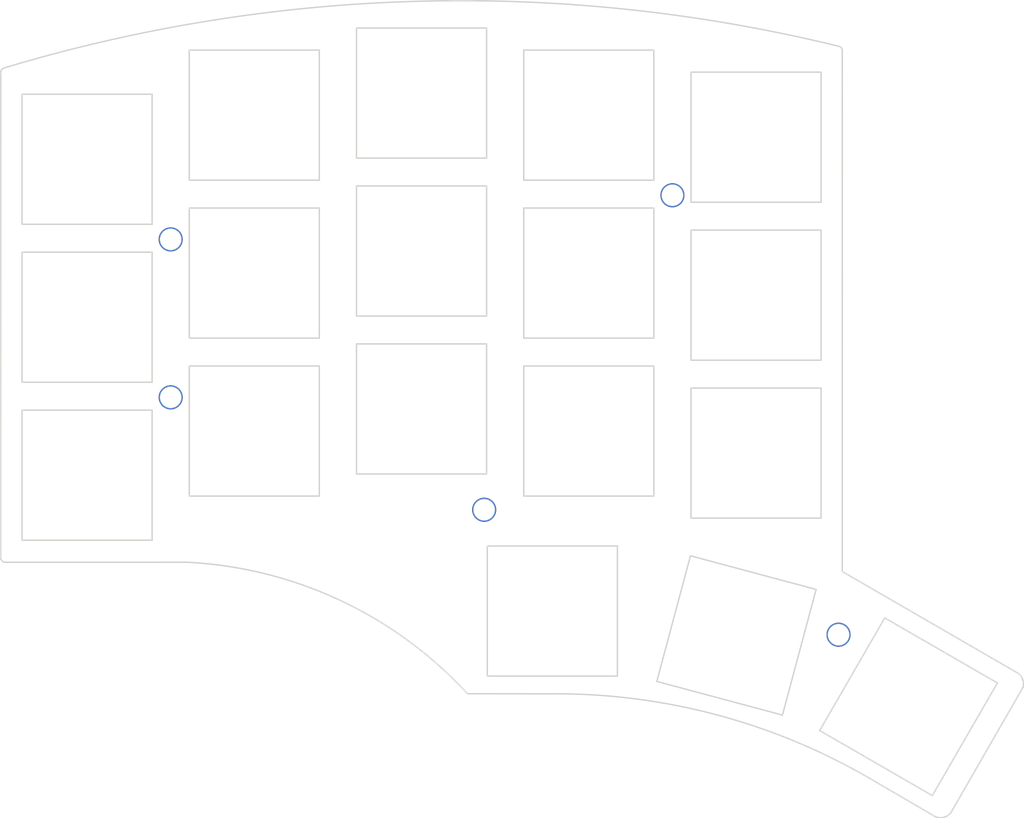
<source format=kicad_pcb>
(kicad_pcb (version 20211014) (generator pcbnew)
  (title_block (title "Chocolad") (date "2021-11-11") (rev "0.2") (company "jmnw"))
  (layers (0 "F.Cu" signal) (31 "B.Cu" signal) (34 "B.Paste" user) (35 "F.Paste" user) (36 "B.SilkS" user "B.Silkscreen") (37 "F.SilkS" user "F.Silkscreen") (38 "B.Mask" user) (39 "F.Mask" user) (44 "Edge.Cuts" user))
  (net 0 "")
  (footprint "chocolad:Choc_cutout" (layer "F.Cu") (at 89 77.125)
    (fp_text reference "SW1" hide)
    (fp_text value "SW_PUSH" hide)
    (fp_line (start 7 7) (end 7 -7) (layer "Edge.Cuts") (width 0.15))
    (fp_line (start -7 7) (end 7 7) (layer "Edge.Cuts") (width 0.15))
    (fp_line (start -7 -7) (end 7 -7) (layer "Edge.Cuts") (width 0.15))
    (fp_line (start -7 7) (end -7 -7) (layer "Edge.Cuts") (width 0.15))
  )
  (footprint "chocolad:Choc_cutout" (layer "F.Cu") (at 107 72.375)
    (fp_text reference "SW2" hide)
    (fp_text value "SW_PUSH" hide)
    (fp_line (start -7 -7) (end 7 -7) (layer "Edge.Cuts") (width 0.15))
    (fp_line (start 7 7) (end 7 -7) (layer "Edge.Cuts") (width 0.15))
    (fp_line (start -7 7) (end 7 7) (layer "Edge.Cuts") (width 0.15))
    (fp_line (start -7 7) (end -7 -7) (layer "Edge.Cuts") (width 0.15))
  )
  (footprint "chocolad:Choc_cutout" (layer "F.Cu") (at 125 70)
    (fp_text reference "SW3" hide)
    (fp_text value "SW_PUSH" hide)
    (fp_line (start 7 7) (end 7 -7) (layer "Edge.Cuts") (width 0.15))
    (fp_line (start -7 -7) (end 7 -7) (layer "Edge.Cuts") (width 0.15))
    (fp_line (start -7 7) (end -7 -7) (layer "Edge.Cuts") (width 0.15))
    (fp_line (start -7 7) (end 7 7) (layer "Edge.Cuts") (width 0.15))
  )
  (footprint "chocolad:Choc_cutout" (layer "F.Cu") (at 143 72.375)
    (fp_text reference "SW4" hide)
    (fp_text value "SW_PUSH" hide)
    (fp_line (start 7 7) (end 7 -7) (layer "Edge.Cuts") (width 0.15))
    (fp_line (start -7 7) (end 7 7) (layer "Edge.Cuts") (width 0.15))
    (fp_line (start -7 -7) (end 7 -7) (layer "Edge.Cuts") (width 0.15))
    (fp_line (start -7 7) (end -7 -7) (layer "Edge.Cuts") (width 0.15))
  )
  (footprint "chocolad:Choc_cutout" (layer "F.Cu") (at 161 74.75)
    (fp_text reference "SW5" hide)
    (fp_text value "SW_PUSH" hide)
    (fp_line (start -7 7) (end 7 7) (layer "Edge.Cuts") (width 0.15))
    (fp_line (start 7 7) (end 7 -7) (layer "Edge.Cuts") (width 0.15))
    (fp_line (start -7 7) (end -7 -7) (layer "Edge.Cuts") (width 0.15))
    (fp_line (start -7 -7) (end 7 -7) (layer "Edge.Cuts") (width 0.15))
  )
  (footprint "chocolad:Choc_cutout" (layer "F.Cu") (at 89 94.125)
    (fp_text reference "SW6" hide)
    (fp_text value "SW_PUSH" hide)
    (fp_line (start -7 7) (end 7 7) (layer "Edge.Cuts") (width 0.15))
    (fp_line (start -7 7) (end -7 -7) (layer "Edge.Cuts") (width 0.15))
    (fp_line (start -7 -7) (end 7 -7) (layer "Edge.Cuts") (width 0.15))
    (fp_line (start 7 7) (end 7 -7) (layer "Edge.Cuts") (width 0.15))
  )
  (footprint "chocolad:Choc_cutout" (layer "F.Cu") (at 107 89.375)
    (fp_text reference "SW7" hide)
    (fp_text value "SW_PUSH" hide)
    (fp_line (start -7 -7) (end 7 -7) (layer "Edge.Cuts") (width 0.15))
    (fp_line (start -7 7) (end -7 -7) (layer "Edge.Cuts") (width 0.15))
    (fp_line (start 7 7) (end 7 -7) (layer "Edge.Cuts") (width 0.15))
    (fp_line (start -7 7) (end 7 7) (layer "Edge.Cuts") (width 0.15))
  )
  (footprint "chocolad:Choc_cutout" (layer "F.Cu") (at 125 87)
    (fp_text reference "SW8" hide)
    (fp_text value "SW_PUSH" hide)
    (fp_line (start -7 7) (end 7 7) (layer "Edge.Cuts") (width 0.15))
    (fp_line (start -7 -7) (end 7 -7) (layer "Edge.Cuts") (width 0.15))
    (fp_line (start -7 7) (end -7 -7) (layer "Edge.Cuts") (width 0.15))
    (fp_line (start 7 7) (end 7 -7) (layer "Edge.Cuts") (width 0.15))
  )
  (footprint "chocolad:Choc_cutout" (layer "F.Cu") (at 143 89.375)
    (fp_text reference "SW9" hide)
    (fp_text value "SW_PUSH" hide)
    (fp_line (start 7 7) (end 7 -7) (layer "Edge.Cuts") (width 0.15))
    (fp_line (start -7 7) (end -7 -7) (layer "Edge.Cuts") (width 0.15))
    (fp_line (start -7 -7) (end 7 -7) (layer "Edge.Cuts") (width 0.15))
    (fp_line (start -7 7) (end 7 7) (layer "Edge.Cuts") (width 0.15))
  )
  (footprint "chocolad:Choc_cutout" (layer "F.Cu") (at 161 91.75)
    (fp_text reference "SW10" hide)
    (fp_text value "SW_PUSH" hide)
    (fp_line (start 7 7) (end 7 -7) (layer "Edge.Cuts") (width 0.15))
    (fp_line (start -7 7) (end -7 -7) (layer "Edge.Cuts") (width 0.15))
    (fp_line (start -7 7) (end 7 7) (layer "Edge.Cuts") (width 0.15))
    (fp_line (start -7 -7) (end 7 -7) (layer "Edge.Cuts") (width 0.15))
  )
  (footprint "chocolad:Choc_cutout" (layer "F.Cu") (at 89 111.125)
    (fp_text reference "SW11" hide)
    (fp_text value "SW_PUSH" hide)
    (fp_line (start -7 -7) (end 7 -7) (layer "Edge.Cuts") (width 0.15))
    (fp_line (start 7 7) (end 7 -7) (layer "Edge.Cuts") (width 0.15))
    (fp_line (start -7 7) (end 7 7) (layer "Edge.Cuts") (width 0.15))
    (fp_line (start -7 7) (end -7 -7) (layer "Edge.Cuts") (width 0.15))
  )
  (footprint "chocolad:Choc_cutout" (layer "F.Cu") (at 107 106.375)
    (fp_text reference "SW12" hide)
    (fp_text value "SW_PUSH" hide)
    (fp_line (start -7 7) (end -7 -7) (layer "Edge.Cuts") (width 0.15))
    (fp_line (start 7 7) (end 7 -7) (layer "Edge.Cuts") (width 0.15))
    (fp_line (start -7 7) (end 7 7) (layer "Edge.Cuts") (width 0.15))
    (fp_line (start -7 -7) (end 7 -7) (layer "Edge.Cuts") (width 0.15))
  )
  (footprint "chocolad:Choc_cutout" (layer "F.Cu") (at 125 104)
    (fp_text reference "SW13" hide)
    (fp_text value "SW_PUSH" hide)
    (fp_line (start -7 -7) (end 7 -7) (layer "Edge.Cuts") (width 0.15))
    (fp_line (start -7 7) (end 7 7) (layer "Edge.Cuts") (width 0.15))
    (fp_line (start -7 7) (end -7 -7) (layer "Edge.Cuts") (width 0.15))
    (fp_line (start 7 7) (end 7 -7) (layer "Edge.Cuts") (width 0.15))
  )
  (footprint "chocolad:Choc_cutout" (layer "F.Cu") (at 143 106.375)
    (fp_text reference "SW14" hide)
    (fp_text value "SW_PUSH" hide)
    (fp_line (start 7 7) (end 7 -7) (layer "Edge.Cuts") (width 0.15))
    (fp_line (start -7 7) (end -7 -7) (layer "Edge.Cuts") (width 0.15))
    (fp_line (start -7 -7) (end 7 -7) (layer "Edge.Cuts") (width 0.15))
    (fp_line (start -7 7) (end 7 7) (layer "Edge.Cuts") (width 0.15))
  )
  (footprint "chocolad:Choc_cutout" (layer "F.Cu") (at 161 108.75)
    (fp_text reference "SW15" hide)
    (fp_text value "SW_PUSH" hide)
    (fp_line (start 7 7) (end 7 -7) (layer "Edge.Cuts") (width 0.15))
    (fp_line (start -7 7) (end -7 -7) (layer "Edge.Cuts") (width 0.15))
    (fp_line (start -7 7) (end 7 7) (layer "Edge.Cuts") (width 0.15))
    (fp_line (start -7 -7) (end 7 -7) (layer "Edge.Cuts") (width 0.15))
  )
  (footprint "chocolad:Choc_cutout" (layer "F.Cu") (at 139.08 125.75)
    (fp_text reference "SW16" hide)
    (fp_text value "SW_PUSH" hide)
    (fp_line (start 7 7) (end 7 -7) (layer "Edge.Cuts") (width 0.15))
    (fp_line (start -7 7) (end 7 7) (layer "Edge.Cuts") (width 0.15))
    (fp_line (start -7 -7) (end 7 -7) (layer "Edge.Cuts") (width 0.15))
    (fp_line (start -7 7) (end -7 -7) (layer "Edge.Cuts") (width 0.15))
  )
  (footprint "chocolad:Choc_cutout" (layer "F.Cu") (at 158.89193 128.375848 -15)
    (fp_text reference "SW17" hide)
    (fp_text value "SW_PUSH" hide)
    (fp_line (start -7 7) (end 7 7) (layer "Edge.Cuts") (width 0.15))
    (fp_line (start 7 7) (end 7 -7) (layer "Edge.Cuts") (width 0.15))
    (fp_line (start -7 -7) (end 7 -7) (layer "Edge.Cuts") (width 0.15))
    (fp_line (start -7 7) (end -7 -7) (layer "Edge.Cuts") (width 0.15))
  )
  (footprint "chocolad:M2_hole_2.6mm" (layer "F.Cu") (at 98 85.75)
    (fp_text reference "" hide)
    (fp_text value "")
    (pad "" thru_hole circle (at 0 0) (size 2.6 2.6) (drill 2.3) (layers *.Cu *.Mask))
  )
  (footprint "chocolad:M2_hole_2.6mm" (layer "F.Cu") (at 98 102.75)
    (fp_text reference "" hide)
    (fp_text value "")
    (pad "" thru_hole circle (at 0 0) (size 2.6 2.6) (drill 2.3) (layers *.Cu *.Mask))
  )
  (footprint "chocolad:M2_hole_2.6mm" (layer "F.Cu") (at 152 81)
    (fp_text reference "" hide)
    (fp_text value "")
    (pad "" thru_hole circle (at 0 0) (size 2.6 2.6) (drill 2.3) (layers *.Cu *.Mask))
  )
  (footprint "chocolad:M2_hole_2.6mm" (layer "F.Cu") (at 131.74 114.85)
    (fp_text reference "" hide)
    (fp_text value "")
    (pad "" thru_hole circle (at 0 0) (size 2.6 2.6) (drill 2.3) (layers *.Cu *.Mask))
  )
  (footprint "chocolad:M2_hole_2.6mm" (layer "F.Cu") (at 169.880657 128.296611)
    (fp_text reference "" hide)
    (fp_text value "")
    (pad "" thru_hole circle (at 0 0) (size 2.6 2.6) (drill 2.3) (layers *.Cu *.Mask))
  )
  (footprint "chocolad:Choc_cutout" (layer "F.Cu") (at 177.414159 136.052629 -30)
    (fp_text reference "SW18" hide)
    (fp_text value "SW_PUSH" hide)
    (fp_line (start -7 7) (end 7 7) (layer "Edge.Cuts") (width 0.15))
    (fp_line (start -7 7) (end -7 -7) (layer "Edge.Cuts") (width 0.15))
    (fp_line (start 7 7) (end 7 -7) (layer "Edge.Cuts") (width 0.15))
    (fp_line (start -7 -7) (end 7 -7) (layer "Edge.Cuts") (width 0.15))
  )
  (gr_arc (start 130.135 134.648) (mid 129.997159 134.628624) (end 129.870001 134.571999) (layer "Edge.Cuts") (width 0.15))
  (gr_arc (start 80.248112 67.243697) (mid 124.92944 60.114435) (end 169.915 64.966935) (layer "Edge.Cuts") (width 0.15))
  (gr_arc (start 139.085 134.658) (mid 156.769419 136.920941) (end 173.234708 143.75862) (layer "Edge.Cuts") (width 0.15))
  (gr_line (start 99.735048 120.49702) (end 80.20452 120.50202) (layer "Edge.Cuts") (width 0.15))
  (gr_arc (start 99.735048 120.49702) (mid 116.185253 124.574046) (end 129.870001 134.571999) (layer "Edge.Cuts") (width 0.15))
  (gr_line (start 79.70452 120.00202) (end 79.710382 67.782024) (layer "Edge.Cuts") (width 0.15))
  (gr_arc (start 80.20452 120.50202) (mid 79.850967 120.355573) (end 79.70452 120.00202) (layer "Edge.Cuts") (width 0.15))
  (gr_arc (start 79.710382 67.782024) (mid 79.814977 67.475994) (end 80.085 67.298) (layer "Edge.Cuts") (width 0.15))
  (gr_arc (start 169.915 64.966935) (mid 170.152411 65.104798) (end 170.27978 65.348) (layer "Edge.Cuts") (width 0.15))
  (gr_line (start 130.135 134.648) (end 139.085 134.658) (layer "Edge.Cuts") (width 0.15))
  (gr_line (start 173.234708 143.75862) (end 180.085 147.758) (layer "Edge.Cuts") (width 0.15))
  (gr_arc (start 181.999373 147.398537) (mid 181.11592 147.970948) (end 180.085 147.758) (layer "Edge.Cuts") (width 0.15))
  (gr_line (start 80.248112 67.243697) (end 80.085 67.298) (layer "Edge.Cuts") (width 0.15))
  (gr_line (start 181.999373 147.398537) (end 189.735 133.958) (layer "Edge.Cuts") (width 0.15))
  (gr_arc (start 189.189164 132.439936) (mid 189.70432 133.111869) (end 189.735 133.958) (layer "Edge.Cuts") (width 0.15))
  (gr_line (start 170.285 121.498) (end 189.188228 132.439286) (layer "Edge.Cuts") (width 0.15))
  (gr_line (start 170.27978 65.348) (end 170.285 121.498) (layer "Edge.Cuts") (width 0.15))
)
</source>
